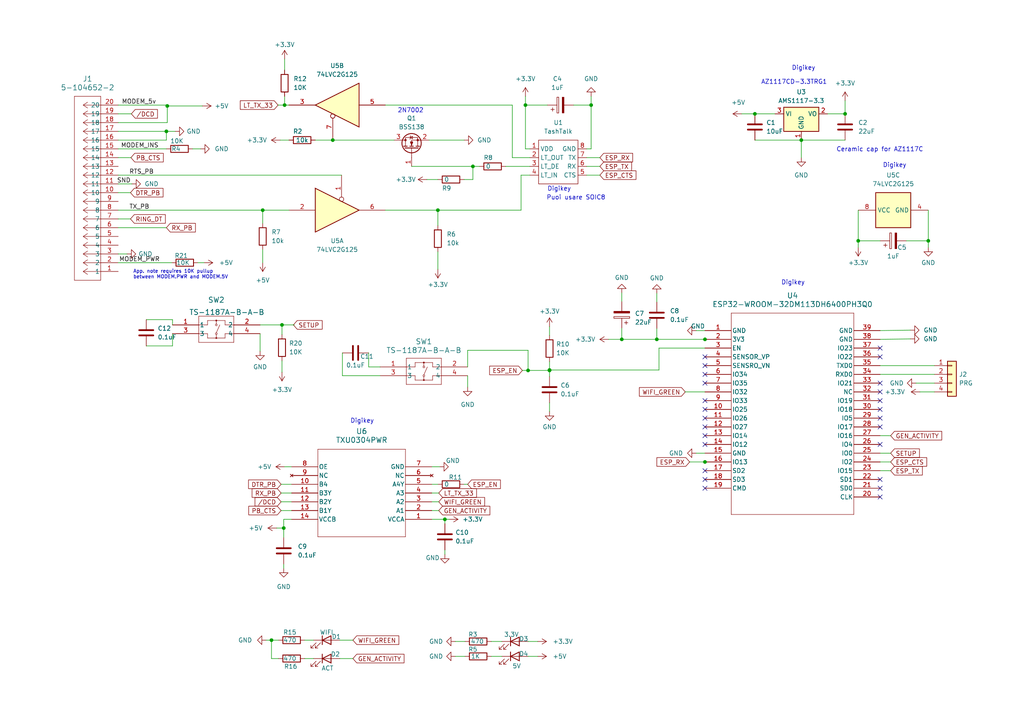
<source format=kicad_sch>
(kicad_sch (version 20230121) (generator eeschema)
  (paper "A4")
  (lib_symbols
    (symbol "2023-08-04_08-01-15:ESP32-WROOM-32DM113DH6400PH3Q0" (pin_names (offset 0.254))
      (property "Reference" "U" (at 25.4 10.16 0))
      (property "Value" "ESP32-WROOM-32DM113DH6400PH3Q0" (at 25.4 7.62 0))
      (symbol "ESP32-WROOM-32DM113DH6400PH3Q0_0_1"
        (pin unspecified line (at 0 0 0) (length 7.62) (name "GND") (number "1"))
        (pin unspecified line (at 0 -22.86 0) (length 7.62) (name "IO25") (number "10"))
        (pin unspecified line (at 0 -25.4 0) (length 7.62) (name "IO26") (number "11"))
        (pin unspecified line (at 0 -27.94 0) (length 7.62) (name "IO27") (number "12"))
        (pin unspecified line (at 0 -30.48 0) (length 7.62) (name "IO14") (number "13"))
        (pin unspecified line (at 0 -33.02 0) (length 7.62) (name "IO12") (number "14"))
        (pin unspecified line (at 0 -35.56 0) (length 7.62) (name "GND") (number "15"))
        (pin unspecified line (at 0 -38.1 0) (length 7.62) (name "IO13") (number "16"))
        (pin unspecified line (at 0 -40.64 0) (length 7.62) (name "SD2") (number "17"))
        (pin unspecified line (at 0 -43.18 0) (length 7.62) (name "SD3") (number "18"))
        (pin unspecified line (at 0 -45.72 0) (length 7.62) (name "CMD") (number "19"))
        (pin unspecified line (at 0 -2.54 0) (length 7.62) (name "3V3") (number "2"))
        (pin unspecified line (at 50.8 -48.26 180) (length 7.62) (name "CLK") (number "20"))
        (pin unspecified line (at 50.8 -45.72 180) (length 7.62) (name "SD0") (number "21"))
        (pin unspecified line (at 50.8 -43.18 180) (length 7.62) (name "SD1") (number "22"))
        (pin unspecified line (at 50.8 -40.64 180) (length 7.62) (name "IO15") (number "23"))
        (pin unspecified line (at 50.8 -38.1 180) (length 7.62) (name "IO2") (number "24"))
        (pin unspecified line (at 50.8 -35.56 180) (length 7.62) (name "IO0") (number "25"))
        (pin unspecified line (at 50.8 -33.02 180) (length 7.62) (name "IO4") (number "26"))
        (pin unspecified line (at 50.8 -30.48 180) (length 7.62) (name "IO16") (number "27"))
        (pin unspecified line (at 50.8 -27.94 180) (length 7.62) (name "IO17") (number "28"))
        (pin unspecified line (at 50.8 -25.4 180) (length 7.62) (name "IO5") (number "29"))
        (pin unspecified line (at 0 -5.08 0) (length 7.62) (name "EN") (number "3"))
        (pin unspecified line (at 50.8 -22.86 180) (length 7.62) (name "IO18") (number "30"))
        (pin unspecified line (at 50.8 -20.32 180) (length 7.62) (name "IO19") (number "31"))
        (pin unspecified line (at 50.8 -17.78 180) (length 7.62) (name "NC") (number "32"))
        (pin unspecified line (at 50.8 -15.24 180) (length 7.62) (name "IO21") (number "33"))
        (pin unspecified line (at 50.8 -12.7 180) (length 7.62) (name "RXD0") (number "34"))
        (pin unspecified line (at 50.8 -10.16 180) (length 7.62) (name "TXD0") (number "35"))
        (pin unspecified line (at 50.8 -7.62 180) (length 7.62) (name "IO22") (number "36"))
        (pin unspecified line (at 50.8 -5.08 180) (length 7.62) (name "IO23") (number "37"))
        (pin unspecified line (at 50.8 -2.54 180) (length 7.62) (name "GND") (number "38"))
        (pin unspecified line (at 50.8 0 180) (length 7.62) (name "GND") (number "39"))
        (pin unspecified line (at 0 -7.62 0) (length 7.62) (name "SENSOR_VP") (number "4"))
        (pin unspecified line (at 0 -10.16 0) (length 7.62) (name "SENSRO_VN") (number "5"))
        (pin unspecified line (at 0 -12.7 0) (length 7.62) (name "IO34") (number "6"))
        (pin unspecified line (at 0 -15.24 0) (length 7.62) (name "IO35") (number "7"))
        (pin unspecified line (at 0 -17.78 0) (length 7.62) (name "IO32") (number "8"))
        (pin unspecified line (at 0 -20.32 0) (length 7.62) (name "IO33") (number "9"))
      )
    )
    (symbol "2023-10-14_07-33-24:TS-1187A-B-A-B" (pin_names (offset 0.254))
      (property "Reference" "SW" (at 12.7 7.62 0))
      (property "Value" "TS-1187A-B-A-B" (at 12.7 5.08 0))
      (symbol "TS-1187A-B-A-B_0_1"
        (pin unspecified line (at 0 0 0) (length 7.62) (name "1") (number "1"))
        (pin unspecified line (at 25.4 0 180) (length 7.62) (name "2") (number "2"))
        (pin unspecified line (at 0 -2.54 0) (length 7.62) (name "3") (number "3"))
        (pin unspecified line (at 25.4 -2.54 180) (length 7.62) (name "4") (number "4"))
      )
    )
    (symbol "2023-10-16_16-52-45:TXU0304PWR" (pin_names (offset 0.254))
      (property "Reference" "U" (at 20.32 10.16 0))
      (property "Value" "TXU0304PWR" (at 20.32 7.62 0))
      (symbol "TXU0304PWR_0_1"
        (pin power_in line (at 0 0 0) (length 7.62) (name "VCCA") (number "1"))
        (pin input line (at 40.64 -10.16 180) (length 7.62) (name "B4") (number "10"))
        (pin output line (at 40.64 -7.62 180) (length 7.62) (name "B3Y") (number "11"))
        (pin output line (at 40.64 -5.08 180) (length 7.62) (name "B2Y") (number "12"))
        (pin output line (at 40.64 -2.54 180) (length 7.62) (name "B1Y") (number "13"))
        (pin power_in line (at 40.64 0 180) (length 7.62) (name "VCCB") (number "14"))
        (pin input line (at 0 -2.54 0) (length 7.62) (name "A1") (number "2"))
        (pin input line (at 0 -5.08 0) (length 7.62) (name "A2") (number "3"))
        (pin input line (at 0 -7.62 0) (length 7.62) (name "A3") (number "4"))
        (pin output line (at 0 -10.16 0) (length 7.62) (name "A4Y") (number "5"))
        (pin no_connect line (at 0 -12.7 0) (length 7.62) (name "NC") (number "6"))
        (pin power_out line (at 0 -15.24 0) (length 7.62) (name "GND") (number "7"))
        (pin input line (at 40.64 -15.24 180) (length 7.62) (name "OE") (number "8"))
        (pin no_connect line (at 40.64 -12.7 180) (length 7.62) (name "NC") (number "9"))
      )
    )
    (symbol "74xGxx:74LVC2G125"
      (property "Reference" "U" (at 2.54 7.62 0))
      (property "Value" "74LVC2G125" (at 2.54 -7.62 0))
      (symbol "74LVC2G125_1_1"
        (pin input inverted (at 0 10.16 270) (length 7.62) (name "~") (number "1"))
        (pin input line (at -15.24 0 0) (length 7.62) (name "~") (number "2"))
        (pin tri_state line (at 12.7 0 180) (length 7.62) (name "~") (number "6"))
      )
      (symbol "74LVC2G125_2_1"
        (pin tri_state line (at 12.7 0 180) (length 7.62) (name "~") (number "3"))
        (pin input line (at -15.24 0 0) (length 7.62) (name "~") (number "5"))
        (pin input inverted (at 0 10.16 270) (length 7.62) (name "~") (number "7"))
      )
      (symbol "74LVC2G125_3_1"
        (pin power_in line (at 0 -10.16 90) (length 5.08) (name "GND") (number "4"))
        (pin power_in line (at 0 10.16 270) (length 5.08) (name "VCC") (number "8"))
      )
    )
    (symbol "AMP 104652-2:5-104652-2" (pin_names (offset 0.254))
      (property "Reference" "J" (at 8.89 6.35 0))
      (property "Value" "5-104652-2" (at 0 0 0))
      (symbol "5-104652-2_1_1"
        (pin unspecified line (at 0 0 0) (length 5.08) (name "1") (number "1"))
        (pin unspecified line (at 0 -22.86 0) (length 5.08) (name "10") (number "10"))
        (pin unspecified line (at 0 -25.4 0) (length 5.08) (name "11") (number "11"))
        (pin unspecified line (at 0 -27.94 0) (length 5.08) (name "12") (number "12"))
        (pin unspecified line (at 0 -30.48 0) (length 5.08) (name "13") (number "13"))
        (pin unspecified line (at 0 -33.02 0) (length 5.08) (name "14") (number "14"))
        (pin unspecified line (at 0 -35.56 0) (length 5.08) (name "15") (number "15"))
        (pin unspecified line (at 0 -38.1 0) (length 5.08) (name "16") (number "16"))
        (pin unspecified line (at 0 -40.64 0) (length 5.08) (name "17") (number "17"))
        (pin unspecified line (at 0 -43.18 0) (length 5.08) (name "18") (number "18"))
        (pin unspecified line (at 0 -45.72 0) (length 5.08) (name "19") (number "19"))
        (pin unspecified line (at 0 -2.54 0) (length 5.08) (name "2") (number "2"))
        (pin unspecified line (at 0 -48.26 0) (length 5.08) (name "20") (number "20"))
        (pin unspecified line (at 0 -5.08 0) (length 5.08) (name "3") (number "3"))
        (pin unspecified line (at 0 -7.62 0) (length 5.08) (name "4") (number "4"))
        (pin unspecified line (at 0 -10.16 0) (length 5.08) (name "5") (number "5"))
        (pin unspecified line (at 0 -12.7 0) (length 5.08) (name "6") (number "6"))
        (pin unspecified line (at 0 -15.24 0) (length 5.08) (name "7") (number "7"))
        (pin unspecified line (at 0 -17.78 0) (length 5.08) (name "8") (number "8"))
        (pin unspecified line (at 0 -20.32 0) (length 5.08) (name "9") (number "9"))
      )
      (symbol "5-104652-2_1_2"
        (pin unspecified line (at 0 0 0) (length 5.08) (name "1") (number "1"))
        (pin unspecified line (at 0 -22.86 0) (length 5.08) (name "10") (number "10"))
        (pin unspecified line (at 0 -25.4 0) (length 5.08) (name "11") (number "11"))
        (pin unspecified line (at 0 -27.94 0) (length 5.08) (name "12") (number "12"))
        (pin unspecified line (at 0 -30.48 0) (length 5.08) (name "13") (number "13"))
        (pin unspecified line (at 0 -33.02 0) (length 5.08) (name "14") (number "14"))
        (pin unspecified line (at 0 -35.56 0) (length 5.08) (name "15") (number "15"))
        (pin unspecified line (at 0 -38.1 0) (length 5.08) (name "16") (number "16"))
        (pin unspecified line (at 0 -40.64 0) (length 5.08) (name "17") (number "17"))
        (pin unspecified line (at 0 -43.18 0) (length 5.08) (name "18") (number "18"))
        (pin unspecified line (at 0 -45.72 0) (length 5.08) (name "19") (number "19"))
        (pin unspecified line (at 0 -2.54 0) (length 5.08) (name "2") (number "2"))
        (pin unspecified line (at 0 -48.26 0) (length 5.08) (name "20") (number "20"))
        (pin unspecified line (at 0 -5.08 0) (length 5.08) (name "3") (number "3"))
        (pin unspecified line (at 0 -7.62 0) (length 5.08) (name "4") (number "4"))
        (pin unspecified line (at 0 -10.16 0) (length 5.08) (name "5") (number "5"))
        (pin unspecified line (at 0 -12.7 0) (length 5.08) (name "6") (number "6"))
        (pin unspecified line (at 0 -15.24 0) (length 5.08) (name "7") (number "7"))
        (pin unspecified line (at 0 -17.78 0) (length 5.08) (name "8") (number "8"))
        (pin unspecified line (at 0 -20.32 0) (length 5.08) (name "9") (number "9"))
      )
    )
    (symbol "Connector_Generic:Conn_01x04" (pin_names (offset 1.016) hide)
      (property "Reference" "J" (at 0 5.08 0))
      (property "Value" "Conn_01x04" (at 0 -7.62 0))
      (symbol "Conn_01x04_1_1"
        (pin passive line (at -5.08 2.54 0) (length 3.81) (name "Pin_1") (number "1"))
        (pin passive line (at -5.08 0 0) (length 3.81) (name "Pin_2") (number "2"))
        (pin passive line (at -5.08 -2.54 0) (length 3.81) (name "Pin_3") (number "3"))
        (pin passive line (at -5.08 -5.08 0) (length 3.81) (name "Pin_4") (number "4"))
      )
    )
    (symbol "Device:C" (pin_numbers hide) (pin_names (offset 0.254))
      (property "Reference" "C" (at 0.635 2.54 0))
      (property "Value" "C" (at 0.635 -2.54 0))
      (symbol "C_1_1"
        (pin passive line (at 0 3.81 270) (length 2.794) (name "~") (number "1"))
        (pin passive line (at 0 -3.81 90) (length 2.794) (name "~") (number "2"))
      )
    )
    (symbol "Device:C_Polarized" (pin_numbers hide) (pin_names (offset 0.254))
      (property "Reference" "C" (at 0.635 2.54 0))
      (property "Value" "C_Polarized" (at 0.635 -2.54 0))
      (symbol "C_Polarized_1_1"
        (pin passive line (at 0 3.81 270) (length 2.794) (name "~") (number "1"))
        (pin passive line (at 0 -3.81 90) (length 2.794) (name "~") (number "2"))
      )
    )
    (symbol "Device:LED" (pin_numbers hide) (pin_names (offset 1.016) hide)
      (property "Reference" "D" (at 0 2.54 0))
      (property "Value" "LED" (at 0 -2.54 0))
      (symbol "LED_1_1"
        (pin passive line (at -3.81 0 0) (length 2.54) (name "K") (number "1"))
        (pin passive line (at 3.81 0 180) (length 2.54) (name "A") (number "2"))
      )
    )
    (symbol "Device:R" (pin_numbers hide) (pin_names (offset 0))
      (property "Reference" "R" (at 2.032 0 90))
      (property "Value" "R" (at 0 0 90))
      (symbol "R_1_1"
        (pin passive line (at 0 3.81 270) (length 1.27) (name "~") (number "1"))
        (pin passive line (at 0 -3.81 90) (length 1.27) (name "~") (number "2"))
      )
    )
    (symbol "Regulator_Linear:AMS1117-3.3"
      (property "Reference" "U" (at -3.81 3.175 0))
      (property "Value" "AMS1117-3.3" (at 0 3.175 0))
      (symbol "AMS1117-3.3_1_1"
        (pin power_in line (at 0 -7.62 90) (length 2.54) (name "GND") (number "1"))
        (pin power_out line (at 7.62 0 180) (length 2.54) (name "VO") (number "2"))
        (pin power_in line (at -7.62 0 0) (length 2.54) (name "VI") (number "3"))
      )
    )
    (symbol "TS-1187A-B-A-B_1" (pin_names (offset 0.254))
      (property "Reference" "SW" (at 12.7 7.62 0))
      (property "Value" "TS-1187A-B-A-B" (at 12.7 5.08 0))
      (symbol "TS-1187A-B-A-B_1_0_1"
        (pin unspecified line (at 0 0 0) (length 7.62) (name "1") (number "1"))
        (pin unspecified line (at 25.4 0 180) (length 7.62) (name "2") (number "2"))
        (pin unspecified line (at 0 -2.54 0) (length 7.62) (name "3") (number "3"))
        (pin unspecified line (at 25.4 -2.54 180) (length 7.62) (name "4") (number "4"))
      )
    )
    (symbol "TashTalk1.0:TaskTalk"
      (property "Reference" "U" (at -6.35 15.24 0))
      (property "Value" "TashTalk" (at -2.54 12.7 0))
      (symbol "TaskTalk_1_1"
        (pin input line (at -8.89 8.89 0) (length 2.54) (name "VDD") (number "1"))
        (pin output line (at -8.89 6.35 0) (length 2.54) (name "LT_OUT") (number "2"))
        (pin output line (at -8.89 3.81 0) (length 2.54) (name "LT_DE") (number "3"))
        (pin input line (at -8.89 1.27 0) (length 2.54) (name "LT_IN") (number "4"))
        (pin output line (at 7.62 1.27 180) (length 2.54) (name "CTS") (number "5"))
        (pin input line (at 7.62 3.81 180) (length 2.54) (name "RX") (number "6"))
        (pin output line (at 7.62 6.35 180) (length 2.54) (name "TX") (number "7"))
        (pin input line (at 7.62 8.89 180) (length 2.54) (name "GND") (number "8"))
      )
    )
    (symbol "Transistor_FET:BSS138" (pin_names hide)
      (property "Reference" "Q" (at 5.08 1.905 0))
      (property "Value" "BSS138" (at 5.08 0 0))
      (symbol "BSS138_1_1"
        (pin input line (at -5.08 0 0) (length 2.54) (name "G") (number "1"))
        (pin passive line (at 2.54 -5.08 90) (length 2.54) (name "S") (number "2"))
        (pin passive line (at 2.54 5.08 270) (length 2.54) (name "D") (number "3"))
      )
    )
    (symbol "power:+3.3V" (power) (pin_names (offset 0))
      (property "Value" "+3.3V" (at 0 3.556 0))
      (symbol "+3.3V_1_1"
        (pin power_in line (at 0 0 90) (length 0) hide (name "+3.3V") (number "1"))
      )
    )
    (symbol "power:+5V" (power) (pin_names (offset 0))
      (property "Value" "+5V" (at 0 3.556 0))
      (symbol "+5V_1_1"
        (pin power_in line (at 0 0 90) (length 0) hide (name "+5V") (number "1"))
      )
    )
    (symbol "power:GND" (power) (pin_names (offset 0))
      (property "Value" "GND" (at 0 -3.81 0))
      (symbol "GND_1_1"
        (pin power_in line (at 0 0 270) (length 0) hide (name "GND") (number "1"))
      )
    )
  )
  (junction (at 127 60.96))
  (junction (at 137.16 48.26))
  (junction (at 218.948 33.02))
  (junction (at 180.34 98.425))
  (junction (at 159.385 107.442))
  (junction (at 96.52 40.64))
  (junction (at 48.514 30.734))
  (junction (at 82.296 153.162))
  (junction (at 204.47 98.425))
  (junction (at 171.45 30.48))
  (junction (at 269.24 69.85))
  (junction (at 78.74 185.674))
  (junction (at 82.55 30.48))
  (junction (at 232.41 40.64))
  (junction (at 81.788 94.234))
  (junction (at 76.2 60.96))
  (junction (at 245.11 33.02))
  (junction (at 204.47 133.985))
  (junction (at 159.385 107.315))
  (junction (at 129.032 150.622))
  (junction (at 153.162 107.442))
  (junction (at 48.26 38.1))
  (junction (at 248.92 69.85))
  (junction (at 152.4 30.48))
  (junction (at 190.5 98.425))
  (no_connect (at 204.47 103.505))
  (no_connect (at 255.27 100.965))
  (no_connect (at 204.47 139.065))
  (no_connect (at 204.47 111.125))
  (no_connect (at 204.47 121.285))
  (no_connect (at 255.27 123.825))
  (no_connect (at 255.27 144.145))
  (no_connect (at 204.47 123.825))
  (no_connect (at 255.27 139.065))
  (no_connect (at 204.47 106.045))
  (no_connect (at 255.27 118.745))
  (no_connect (at 204.47 108.585))
  (no_connect (at 204.47 118.745))
  (no_connect (at 255.27 128.905))
  (no_connect (at 255.27 121.285))
  (no_connect (at 255.27 141.605))
  (no_connect (at 255.27 111.125))
  (no_connect (at 255.27 116.205))
  (no_connect (at 255.27 103.505))
  (no_connect (at 204.47 116.205))
  (no_connect (at 204.47 136.525))
  (no_connect (at 204.47 141.605))
  (no_connect (at 204.47 128.905))
  (no_connect (at 255.27 113.665))
  (no_connect (at 204.47 126.365))
  (wire (pts (xy 218.948 33.02) (xy 224.79 33.02)))
  (wire (pts (xy 170.18 48.26) (xy 173.99 48.26)))
  (wire (pts (xy 159.385 107.315) (xy 159.385 107.442)))
  (wire (pts (xy 34.29 38.1) (xy 48.26 38.1)))
  (wire (pts (xy 265.684 111.125) (xy 271.018 111.125)))
  (wire (pts (xy 82.55 30.48) (xy 83.82 30.48)))
  (wire (pts (xy 148.59 30.48) (xy 111.76 30.48)))
  (wire (pts (xy 82.296 163.576) (xy 82.296 164.846)))
  (wire (pts (xy 176.53 98.425) (xy 180.34 98.425)))
  (wire (pts (xy 110.236 108.966) (xy 99.314 108.966)))
  (wire (pts (xy 125.222 148.082) (xy 127.254 148.082)))
  (wire (pts (xy 204.47 133.985) (xy 204.597 133.985)))
  (wire (pts (xy 152.4 27.94) (xy 152.4 30.48)))
  (wire (pts (xy 190.5 95.25) (xy 190.5 98.425)))
  (wire (pts (xy 98.552 191.008) (xy 102.362 191.008)))
  (wire (pts (xy 266.827 113.665) (xy 271.018 113.665)))
  (wire (pts (xy 159.385 116.84) (xy 159.385 119.38)))
  (wire (pts (xy 34.29 63.5) (xy 37.846 63.5)))
  (wire (pts (xy 132.08 186.055) (xy 134.874 186.055)))
  (wire (pts (xy 88.392 185.674) (xy 90.932 185.674)))
  (wire (pts (xy 135.636 108.966) (xy 135.636 112.268)))
  (wire (pts (xy 180.34 84.963) (xy 180.34 87.503)))
  (wire (pts (xy 80.645 30.48) (xy 82.55 30.48)))
  (wire (pts (xy 125.222 135.382) (xy 127.508 135.382)))
  (wire (pts (xy 82.55 27.94) (xy 82.55 30.48)))
  (wire (pts (xy 159.385 104.902) (xy 159.385 107.315)))
  (wire (pts (xy 34.29 30.48) (xy 48.514 30.48)))
  (wire (pts (xy 91.44 40.64) (xy 96.52 40.64)))
  (wire (pts (xy 125.222 145.542) (xy 127.254 145.542)))
  (wire (pts (xy 218.948 40.64) (xy 232.41 40.64)))
  (wire (pts (xy 180.34 98.425) (xy 190.5 98.425)))
  (wire (pts (xy 153.67 43.18) (xy 152.4 43.18)))
  (wire (pts (xy 50.038 92.71) (xy 42.418 92.71)))
  (wire (pts (xy 125.222 150.622) (xy 129.032 150.622)))
  (wire (pts (xy 134.62 52.07) (xy 137.16 52.07)))
  (wire (pts (xy 152.4 30.48) (xy 158.75 30.48)))
  (wire (pts (xy 34.29 55.88) (xy 37.846 55.88)))
  (wire (pts (xy 200.025 133.985) (xy 204.47 133.985)))
  (wire (pts (xy 232.41 40.64) (xy 245.11 40.64)))
  (wire (pts (xy 82.296 153.162) (xy 82.296 155.956)))
  (wire (pts (xy 153.67 45.72) (xy 148.59 45.72)))
  (wire (pts (xy 135.636 101.6) (xy 153.162 101.6)))
  (wire (pts (xy 153.162 186.055) (xy 155.956 186.055)))
  (wire (pts (xy 34.29 50.8) (xy 99.06 50.8)))
  (wire (pts (xy 132.08 190.373) (xy 134.874 190.373)))
  (wire (pts (xy 159.385 107.315) (xy 191.135 107.315)))
  (wire (pts (xy 153.162 107.442) (xy 159.385 107.442)))
  (wire (pts (xy 48.514 30.48) (xy 48.514 30.734)))
  (wire (pts (xy 80.264 153.162) (xy 82.296 153.162)))
  (wire (pts (xy 153.162 101.6) (xy 153.162 107.442)))
  (wire (pts (xy 42.418 100.33) (xy 50.038 100.33)))
  (wire (pts (xy 180.34 95.123) (xy 180.34 98.425)))
  (wire (pts (xy 255.27 108.585) (xy 271.018 108.585)))
  (wire (pts (xy 137.16 48.26) (xy 137.16 52.07)))
  (wire (pts (xy 78.74 191.008) (xy 80.772 191.008)))
  (wire (pts (xy 76.2 72.39) (xy 76.2 76.2)))
  (wire (pts (xy 159.385 94.742) (xy 159.385 97.282)))
  (wire (pts (xy 111.76 60.96) (xy 127 60.96)))
  (wire (pts (xy 255.27 136.525) (xy 258.318 136.525)))
  (wire (pts (xy 75.438 96.774) (xy 75.438 101.854)))
  (wire (pts (xy 48.26 38.1) (xy 50.8 38.1)))
  (wire (pts (xy 34.29 76.2) (xy 49.784 76.2)))
  (wire (pts (xy 96.52 40.64) (xy 114.3 40.64)))
  (wire (pts (xy 204.47 98.425) (xy 204.597 98.425)))
  (wire (pts (xy 81.534 143.002) (xy 84.582 143.002)))
  (wire (pts (xy 146.685 48.26) (xy 153.67 48.26)))
  (wire (pts (xy 98.552 185.674) (xy 102.362 185.674)))
  (wire (pts (xy 76.2 60.96) (xy 76.2 64.77)))
  (wire (pts (xy 153.162 190.373) (xy 155.956 190.373)))
  (wire (pts (xy 106.934 106.426) (xy 106.934 102.362)))
  (wire (pts (xy 81.534 148.082) (xy 84.582 148.082)))
  (wire (pts (xy 34.29 43.18) (xy 48.26 43.18)))
  (wire (pts (xy 148.59 45.72) (xy 148.59 30.48)))
  (wire (pts (xy 81.788 94.234) (xy 81.788 97.028)))
  (wire (pts (xy 170.18 50.8) (xy 173.99 50.8)))
  (wire (pts (xy 81.788 94.234) (xy 85.344 94.234)))
  (wire (pts (xy 50.038 94.234) (xy 50.038 92.71)))
  (wire (pts (xy 198.755 113.665) (xy 204.47 113.665)))
  (wire (pts (xy 232.41 40.64) (xy 232.41 45.72)))
  (wire (pts (xy 248.92 60.96) (xy 248.92 69.85)))
  (wire (pts (xy 255.27 126.365) (xy 258.318 126.365)))
  (wire (pts (xy 245.11 29.21) (xy 245.11 33.02)))
  (wire (pts (xy 34.29 73.66) (xy 36.83 73.66)))
  (wire (pts (xy 34.29 40.64) (xy 48.26 40.64)))
  (wire (pts (xy 76.2 60.96) (xy 83.82 60.96)))
  (wire (pts (xy 57.404 76.2) (xy 59.182 76.2)))
  (wire (pts (xy 127 73.025) (xy 127 78.105)))
  (wire (pts (xy 124.46 40.64) (xy 134.62 40.64)))
  (wire (pts (xy 129.032 159.512) (xy 129.032 160.782)))
  (wire (pts (xy 134.62 140.462) (xy 135.636 140.462)))
  (wire (pts (xy 34.29 53.34) (xy 38.227 53.34)))
  (wire (pts (xy 48.514 30.734) (xy 48.514 35.56)))
  (wire (pts (xy 170.18 43.18) (xy 171.45 43.18)))
  (wire (pts (xy 119.38 48.26) (xy 137.16 48.26)))
  (wire (pts (xy 81.788 104.648) (xy 81.788 107.95)))
  (wire (pts (xy 159.385 107.442) (xy 159.385 109.22)))
  (wire (pts (xy 81.28 40.64) (xy 83.82 40.64)))
  (wire (pts (xy 34.29 33.02) (xy 38.1 33.02)))
  (wire (pts (xy 77.216 185.674) (xy 78.74 185.674)))
  (wire (pts (xy 171.45 27.94) (xy 171.45 30.48)))
  (wire (pts (xy 201.93 131.445) (xy 204.47 131.445)))
  (wire (pts (xy 34.29 60.96) (xy 76.2 60.96)))
  (wire (pts (xy 84.582 150.622) (xy 82.296 150.622)))
  (wire (pts (xy 142.494 186.055) (xy 145.542 186.055)))
  (wire (pts (xy 34.29 35.56) (xy 48.514 35.56)))
  (wire (pts (xy 255.27 95.885) (xy 264.033 95.758)))
  (wire (pts (xy 82.55 135.382) (xy 84.582 135.382)))
  (wire (pts (xy 58.674 30.734) (xy 48.514 30.734)))
  (wire (pts (xy 255.27 131.445) (xy 258.318 131.445)))
  (wire (pts (xy 125.222 143.002) (xy 127.254 143.002)))
  (wire (pts (xy 269.24 69.85) (xy 269.24 71.755)))
  (wire (pts (xy 151.511 107.442) (xy 153.162 107.442)))
  (wire (pts (xy 81.534 140.462) (xy 84.582 140.462)))
  (wire (pts (xy 34.29 45.72) (xy 37.973 45.72)))
  (wire (pts (xy 166.37 30.48) (xy 171.45 30.48)))
  (wire (pts (xy 190.5 85.09) (xy 190.5 87.63)))
  (wire (pts (xy 127 60.96) (xy 151.13 60.96)))
  (wire (pts (xy 240.03 33.02) (xy 245.11 33.02)))
  (wire (pts (xy 78.74 185.674) (xy 78.74 191.008)))
  (wire (pts (xy 127 60.96) (xy 127 65.405)))
  (wire (pts (xy 191.135 100.965) (xy 204.47 100.965)))
  (wire (pts (xy 248.92 69.85) (xy 255.27 69.85)))
  (wire (pts (xy 34.29 66.04) (xy 48.26 66.04)))
  (wire (pts (xy 269.24 60.96) (xy 269.24 69.85)))
  (wire (pts (xy 255.27 106.045) (xy 271.018 106.045)))
  (wire (pts (xy 81.534 145.542) (xy 84.582 145.542)))
  (wire (pts (xy 50.038 96.774) (xy 50.038 100.33)))
  (wire (pts (xy 82.55 17.145) (xy 82.55 20.32)))
  (wire (pts (xy 129.032 150.622) (xy 129.032 151.892)))
  (wire (pts (xy 125.222 140.462) (xy 127 140.462)))
  (wire (pts (xy 142.494 190.373) (xy 145.542 190.373)))
  (wire (pts (xy 48.26 38.1) (xy 48.26 40.64)))
  (wire (pts (xy 99.314 108.966) (xy 99.314 102.362)))
  (wire (pts (xy 255.27 133.985) (xy 258.318 133.985)))
  (wire (pts (xy 129.032 150.622) (xy 130.302 150.622)))
  (wire (pts (xy 135.636 106.426) (xy 135.636 101.6)))
  (wire (pts (xy 191.135 107.315) (xy 191.135 100.965)))
  (wire (pts (xy 123.825 52.07) (xy 127 52.07)))
  (wire (pts (xy 137.16 48.26) (xy 139.065 48.26)))
  (wire (pts (xy 75.438 94.234) (xy 81.788 94.234)))
  (wire (pts (xy 151.13 60.96) (xy 151.13 50.8)))
  (wire (pts (xy 80.772 185.674) (xy 78.74 185.674)))
  (wire (pts (xy 190.5 98.425) (xy 204.47 98.425)))
  (wire (pts (xy 110.236 106.426) (xy 106.934 106.426)))
  (wire (pts (xy 255.27 98.425) (xy 264.033 98.298)))
  (wire (pts (xy 248.92 69.85) (xy 248.92 71.755)))
  (wire (pts (xy 201.93 95.885) (xy 204.47 95.885)))
  (wire (pts (xy 88.392 191.008) (xy 90.932 191.008)))
  (wire (pts (xy 170.18 45.72) (xy 173.99 45.72)))
  (wire (pts (xy 82.296 150.622) (xy 82.296 153.162)))
  (wire (pts (xy 171.45 30.48) (xy 171.45 43.18)))
  (wire (pts (xy 215.138 33.02) (xy 218.948 33.02)))
  (wire (pts (xy 151.13 50.8) (xy 153.67 50.8)))
  (wire (pts (xy 262.89 69.85) (xy 269.24 69.85)))
  (wire (pts (xy 152.4 30.48) (xy 152.4 43.18)))
  (wire (pts (xy 55.88 43.18) (xy 58.166 43.18)))
  (text "Digikey" (at 229.616 20.574 0) (effects (font (size 1.27 1.27)) (justify left bottom)))
  (text "Digikey" (at 226.568 82.804 0) (effects (font (size 1.27 1.27)) (justify left bottom)))
  (text "Digikey" (at 158.75 55.626 0) (effects (font (size 1.27 1.27)) (justify left bottom)))
  (text "Puoi usare SOIC8\n" (at 158.496 58.166 0) (effects (font (size 1.27 1.27)) (justify left bottom)))
  (text "Digikey" (at 101.6 122.936 0) (effects (font (size 1.27 1.27)) (justify left bottom)))
  (text "Digikey" (at 256.032 48.768 0) (effects (font (size 1.27 1.27)) (justify left bottom)))
  (text "App. note requires 10K pullup\nbetween MODEM.PWR and MODEM.5V" (at 38.608 81.026 0) (effects (font (size 1 1)) (justify left bottom)))
  (text "AZ1117CD-3.3TRG1" (at 220.726 24.638 0) (effects (font (size 1.27 1.27)) (justify left bottom)))
  (text "2N7002" (at 115.316 32.893 0) (effects (font (size 1.27 1.27)) (justify left bottom)))
  (text "Ceramic cap for AZ1117C" (at 242.57 44.196 0) (effects (font (size 1.27 1.27)) (justify left bottom)))
  (label "TX_PB" (at 37.465 60.96 0))
  (label "MODEM_5v" (at 35.306 30.48 0))
  (label "MODEM_PWR" (at 34.544 76.2 0))
  (label "SND" (at 33.909 53.34 0))
  (label "RTS_PB" (at 37.465 50.8 0))
  (label "MODEM_INS" (at 35.052 43.18 0))
  (global_label "GEN_ACTIVITY" (shape input) (at 102.362 191.008 0) (property "Intersheetrefs" "${INTERSHEET_REFS}" (effects hide)))
  (global_label "ESP_TX" (shape input) (at 173.99 48.26 0) (property "Intersheetrefs" "${INTERSHEET_REFS}" (effects hide)))
  (global_label "{slash}DCD" (shape input) (at 81.534 145.542 180) (property "Intersheetrefs" "${INTERSHEET_REFS}" (effects hide)))
  (global_label "GEN_ACTIVITY" (shape input) (at 258.318 126.365 0) (property "Intersheetrefs" "${INTERSHEET_REFS}" (effects hide)))
  (global_label "ESP_CTS" (shape input) (at 173.99 50.8 0) (property "Intersheetrefs" "${INTERSHEET_REFS}" (effects hide)))
  (global_label "ESP_RX" (shape input) (at 200.025 133.985 180) (property "Intersheetrefs" "${INTERSHEET_REFS}" (effects hide)))
  (global_label "WIFI_GREEN" (shape input) (at 102.362 185.674 0) (property "Intersheetrefs" "${INTERSHEET_REFS}" (effects hide)))
  (global_label "LT_TX_33" (shape input) (at 80.645 30.48 180) (property "Intersheetrefs" "${INTERSHEET_REFS}" (effects hide)))
  (global_label "ESP_EN" (shape input) (at 151.511 107.442 180) (property "Intersheetrefs" "${INTERSHEET_REFS}" (effects hide)))
  (global_label "RX_PB" (shape input) (at 81.534 143.002 180) (property "Intersheetrefs" "${INTERSHEET_REFS}" (effects hide)))
  (global_label "ESP_TX" (shape input) (at 258.318 136.525 0) (property "Intersheetrefs" "${INTERSHEET_REFS}" (effects hide)))
  (global_label "WIFI_GREEN" (shape input) (at 198.755 113.665 180) (property "Intersheetrefs" "${INTERSHEET_REFS}" (effects hide)))
  (global_label "GEN_ACTIVITY" (shape input) (at 127.254 148.082 0) (property "Intersheetrefs" "${INTERSHEET_REFS}" (effects hide)))
  (global_label "RING_DT" (shape input) (at 37.846 63.5 0) (property "Intersheetrefs" "${INTERSHEET_REFS}" (effects hide)))
  (global_label "ESP_EN" (shape input) (at 135.636 140.462 0) (property "Intersheetrefs" "${INTERSHEET_REFS}" (effects hide)))
  (global_label "PB_CTS" (shape input) (at 37.973 45.72 0) (property "Intersheetrefs" "${INTERSHEET_REFS}" (effects hide)))
  (global_label "WIFI_GREEN" (shape input) (at 127.254 145.542 0) (property "Intersheetrefs" "${INTERSHEET_REFS}" (effects hide)))
  (global_label "ESP_RX" (shape input) (at 173.99 45.72 0) (property "Intersheetrefs" "${INTERSHEET_REFS}" (effects hide)))
  (global_label "SETUP" (shape input) (at 85.09 94.234 0) (property "Intersheetrefs" "${INTERSHEET_REFS}" (effects hide)))
  (global_label "SETUP" (shape input) (at 258.318 131.445 0) (property "Intersheetrefs" "${INTERSHEET_REFS}" (effects hide)))
  (global_label "LT_TX_33" (shape input) (at 127.254 143.002 0) (property "Intersheetrefs" "${INTERSHEET_REFS}" (effects hide)))
  (global_label "{slash}DCD" (shape input) (at 38.1 33.02 0) (property "Intersheetrefs" "${INTERSHEET_REFS}" (effects hide)))
  (global_label "DTR_PB" (shape input) (at 81.534 140.462 180) (property "Intersheetrefs" "${INTERSHEET_REFS}" (effects hide)))
  (global_label "ESP_CTS" (shape input) (at 258.318 133.985 0) (property "Intersheetrefs" "${INTERSHEET_REFS}" (effects hide)))
  (global_label "DTR_PB" (shape input) (at 37.846 55.88 0) (property "Intersheetrefs" "${INTERSHEET_REFS}" (effects hide)))
  (global_label "RX_PB" (shape input) (at 48.26 66.04 0) (property "Intersheetrefs" "${INTERSHEET_REFS}" (effects hide)))
  (global_label "PB_CTS" (shape input) (at 81.534 148.082 180) (property "Intersheetrefs" "${INTERSHEET_REFS}" (effects hide)))
  (symbol (lib_id "power:+5V") (at 155.956 190.373 270) (unit 1)
    (property "Reference" "#PWR039" (effects hide))
    (property "Value" "+5V" (at 160.274 190.373 90) (effects (justify left)))
  )
  (symbol (lib_id "AMP 104652-2:5-104652-2") (at 34.29 78.74 180) (unit 1)
    (property "Reference" "J1" (at 25.4 22.86 0) (effects (font (size 1.524 1.524))))
    (property "Value" "5-104652-2" (at 25.4 25.4 0) (effects (font (size 1.524 1.524))))
    (property "Footprint" "footprints:CONN_5-104652-2_TYCO" (effects hide))
    (property "Datasheet" "5-104652-2" (effects hide))
  )
  (symbol (lib_id "power:+5V") (at 80.264 153.162 90) (unit 1)
    (property "Reference" "#PWR07" (effects hide))
    (property "Value" "+5V" (at 76.2 153.162 90) (effects (justify left)))
  )
  (symbol (lib_id "Device:R") (at 82.55 24.13 0) (unit 1)
    (property "Reference" "R12" (at 85.09 22.86 0) (effects (justify left)))
    (property "Value" "10K" (at 85.09 25.4 0) (effects (justify left)))
    (property "Footprint" "Resistor_SMD:R_0805_2012Metric" (effects hide))
  )
  (symbol (lib_id "Device:R") (at 138.684 190.373 90) (unit 1)
    (property "Reference" "R5" (at 137.16 188.341 90))
    (property "Value" "1K" (at 137.922 190.373 90))
    (property "Footprint" "Resistor_SMD:R_0805_2012Metric" (effects hide))
  )
  (symbol (lib_id "power:+3.3V") (at 81.28 40.64 90) (unit 1)
    (property "Reference" "#PWR02" (effects hide))
    (property "Value" "+3.3V" (at 77.47 40.64 90) (effects (justify left)))
  )
  (symbol (lib_id "power:GND") (at 264.033 98.298 90) (unit 1)
    (property "Reference" "#PWR016" (effects hide))
    (property "Value" "GND" (at 267.843 98.298 90) (effects (justify right)))
  )
  (symbol (lib_id "power:GND") (at 201.93 95.885 270) (unit 1)
    (property "Reference" "#PWR014" (effects hide))
    (property "Value" "GND" (at 204.47 94.615 90) (effects (justify right)))
  )
  (symbol (lib_id "Device:C") (at 129.032 155.702 0) (unit 1)
    (property "Reference" "C10" (at 132.08 154.432 0) (effects (justify left)))
    (property "Value" "0.1uF" (at 132.08 156.972 0) (effects (justify left)))
    (property "Footprint" "Capacitor_SMD:C_0805_2012Metric" (effects hide))
  )
  (symbol (lib_id "power:+3.3V") (at 81.788 107.95 180) (unit 1)
    (property "Reference" "#PWR035" (effects hide))
    (property "Value" "+3.3V" (at 81.788 113.03 0))
  )
  (symbol (lib_id "Device:R") (at 81.788 100.838 0) (unit 1)
    (property "Reference" "R20" (at 83.82 99.568 0) (effects (justify left)))
    (property "Value" "10K" (at 83.82 102.108 0) (effects (justify left)))
    (property "Footprint" "Resistor_SMD:R_0805_2012Metric" (effects hide))
  )
  (symbol (lib_id "power:GND") (at 171.45 27.94 180) (unit 1)
    (property "Reference" "#PWR04" (effects hide))
    (property "Value" "GND" (at 171.45 22.86 0))
  )
  (symbol (lib_id "Device:LED") (at 149.352 186.055 0) (unit 1)
    (property "Reference" "D3" (at 151.892 185.293 0))
    (property "Value" "3.3V" (at 148.336 184.023 0))
    (property "Footprint" "LED_SMD:LED_0805_2012Metric" (effects hide))
  )
  (symbol (lib_id "Device:C") (at 82.296 159.766 0) (unit 1)
    (property "Reference" "C9" (at 86.36 158.496 0) (effects (justify left)))
    (property "Value" "0.1uF" (at 86.36 161.036 0) (effects (justify left)))
    (property "Footprint" "Capacitor_SMD:C_0805_2012Metric" (effects hide))
  )
  (symbol (lib_id "power:GND") (at 134.62 40.64 90) (unit 1)
    (property "Reference" "#PWR03" (effects hide))
    (property "Value" "GND" (at 138.43 40.64 90) (effects (justify right)))
  )
  (symbol (lib_id "Device:C_Polarized") (at 259.08 69.85 90) (unit 1)
    (property "Reference" "C5" (at 261.62 71.755 90))
    (property "Value" "1uF" (at 259.08 74.295 90))
    (property "Footprint" "Capacitor_SMD:C_1206_3216Metric" (effects hide))
  )
  (symbol (lib_id "power:+3.3V") (at 123.825 52.07 90) (unit 1)
    (property "Reference" "#PWR020" (effects hide))
    (property "Value" "+3.3V" (at 120.65 52.07 90) (effects (justify left)))
  )
  (symbol (lib_id "Device:R") (at 142.875 48.26 90) (unit 1)
    (property "Reference" "R8" (at 141.605 45.72 90))
    (property "Value" "0" (at 141.605 48.26 90))
    (property "Footprint" "Resistor_SMD:R_0805_2012Metric" (effects hide))
  )
  (symbol (lib_id "power:GND") (at 201.93 131.445 270) (unit 1)
    (property "Reference" "#PWR043" (effects hide))
    (property "Value" "GND" (at 198.12 131.445 90) (effects (justify right)))
  )
  (symbol (lib_id "power:GND") (at 269.24 71.755 0) (unit 1)
    (property "Reference" "#PWR017" (effects hide))
    (property "Value" "GND" (at 269.24 76.2 0))
  )
  (symbol (lib_id "power:GND") (at 232.41 45.72 0) (unit 1)
    (property "Reference" "#PWR011" (effects hide))
    (property "Value" "GND" (at 232.41 50.8 0))
  )
  (symbol (lib_id "Device:LED") (at 149.352 190.373 0) (unit 1)
    (property "Reference" "D4" (at 151.892 189.611 0))
    (property "Value" "5V" (at 149.86 193.167 0))
    (property "Footprint" "LED_SMD:LED_0805_2012Metric" (effects hide))
  )
  (symbol (lib_id "Device:C_Polarized") (at 180.34 91.313 180) (unit 1)
    (property "Reference" "C7" (at 184.15 90.932 0) (effects (justify right)))
    (property "Value" "22uF" (at 184.15 93.472 0) (effects (justify right)))
    (property "Footprint" "Capacitor_SMD:C_1206_3216Metric" (effects hide))
  )
  (symbol (lib_id "Device:C") (at 218.948 36.83 0) (unit 1)
    (property "Reference" "C1" (at 222.25 35.56 0) (effects (justify left)))
    (property "Value" "10uF" (at 222.25 38.1 0) (effects (justify left)))
    (property "Footprint" "Capacitor_SMD:C_0805_2012Metric" (effects hide))
  )
  (symbol (lib_id "Device:R") (at 84.582 191.008 90) (unit 1)
    (property "Reference" "R16" (at 84.328 193.294 90))
    (property "Value" "470" (at 84.074 191.008 90))
    (property "Footprint" "Resistor_SMD:R_0805_2012Metric" (effects hide))
  )
  (symbol (lib_id "Device:C_Polarized") (at 162.56 30.48 90) (unit 1)
    (property "Reference" "C4" (at 161.671 22.86 90))
    (property "Value" "1uF" (at 161.671 25.4 90))
    (property "Footprint" "Capacitor_SMD:C_1206_3216Metric" (effects hide))
  )
  (symbol (lib_id "Connector_Generic:Conn_01x04") (at 276.098 108.585 0) (unit 1)
    (property "Reference" "J2" (at 278.13 108.585 0) (effects (justify left)))
    (property "Value" "PRG" (at 278.13 111.125 0) (effects (justify left)))
    (property "Footprint" "Connector_PinHeader_1.00mm:PinHeader_1x04_P1.00mm_Vertical_SMD_Pin1Right" (effects hide))
  )
  (symbol (lib_id "power:GND") (at 50.8 38.1 90) (unit 1)
    (property "Reference" "#PWR08" (effects hide))
    (property "Value" "GND" (at 54.102 38.1 90) (effects (justify right)))
  )
  (symbol (lib_id "power:GND") (at 132.08 186.055 270) (unit 1)
    (property "Reference" "#PWR036" (effects hide))
    (property "Value" "GND" (at 128.524 186.055 90) (effects (justify right)))
  )
  (symbol (lib_id "Device:R") (at 84.582 185.674 270) (unit 1)
    (property "Reference" "R15" (at 84.074 183.388 90))
    (property "Value" "470" (at 84.074 185.674 90))
    (property "Footprint" "Resistor_SMD:R_0805_2012Metric" (effects hide))
  )
  (symbol (lib_id "power:+5V") (at 76.2 76.2 180) (unit 1)
    (property "Reference" "#PWR018" (effects hide))
    (property "Value" "+5V" (at 76.2 81.28 0))
  )
  (symbol (lib_id "Device:C") (at 42.418 96.52 0) (unit 1)
    (property "Reference" "C12" (at 45.72 95.25 0) (effects (justify left)))
    (property "Value" "0.1uF" (at 45.72 97.79 0) (effects (justify left)))
    (property "Footprint" "Capacitor_SMD:C_1206_3216Metric" (effects hide))
  )
  (symbol (lib_id "power:GND") (at 75.438 101.854 0) (unit 1)
    (property "Reference" "#PWR034" (effects hide))
    (property "Value" "GND" (at 75.438 106.426 0))
  )
  (symbol (lib_id "Device:LED") (at 94.742 191.008 0) (unit 1)
    (property "Reference" "D2" (at 97.282 189.738 0))
    (property "Value" "ACT" (at 94.996 193.802 0))
    (property "Footprint" "LED_SMD:LED_0805_2012Metric" (effects hide))
  )
  (symbol (lib_id "power:GND") (at 190.5 85.09 180) (unit 1)
    (property "Reference" "#PWR024" (effects hide))
    (property "Value" "GND" (at 190.5 80.645 0))
  )
  (symbol (lib_id "Device:C") (at 190.5 91.44 0) (unit 1)
    (property "Reference" "C8" (at 194.31 90.17 0) (effects (justify left)))
    (property "Value" "0.1uF" (at 194.31 92.71 0) (effects (justify left)))
    (property "Footprint" "Capacitor_SMD:C_0805_2012Metric" (effects hide))
  )
  (symbol (lib_id "power:+3.3V") (at 248.92 71.755 180) (unit 1)
    (property "Reference" "#PWR09" (effects hide))
    (property "Value" "+3.3V" (at 248.92 76.2 0))
  )
  (symbol (lib_id "power:+3.3V") (at 266.827 113.665 90) (unit 1)
    (property "Reference" "#PWR041" (effects hide))
    (property "Value" "+3.3V" (at 262.509 113.665 90) (effects (justify left)))
  )
  (symbol (lib_id "Device:R") (at 130.81 140.462 90) (unit 1)
    (property "Reference" "R11" (at 132.08 138.43 90))
    (property "Value" "0" (at 129.54 140.462 90))
    (property "Footprint" "Resistor_SMD:R_0805_2012Metric" (effects hide))
  )
  (symbol (lib_id "Device:R") (at 127 69.215 0) (unit 1)
    (property "Reference" "R6" (at 129.54 67.945 0) (effects (justify left)))
    (property "Value" "10k" (at 129.54 70.485 0) (effects (justify left)))
    (property "Footprint" "Resistor_SMD:R_0805_2012Metric" (effects hide))
  )
  (symbol (lib_id "power:GND") (at 129.032 160.782 0) (unit 1)
    (property "Reference" "#PWR029" (effects hide))
    (property "Value" "GND" (at 125.476 161.798 0))
  )
  (symbol (lib_id "TashTalk1.0:TaskTalk") (at 162.56 52.07 0) (unit 1)
    (property "Reference" "U1" (at 161.925 35.56 0))
    (property "Value" "TashTalk" (at 161.925 38.1 0))
    (property "Footprint" "Package_SO:SOIC-8_3.9x4.9mm_P1.27mm" (effects hide))
  )
  (symbol (lib_id "Device:R") (at 159.385 101.092 180) (unit 1)
    (property "Reference" "R10" (at 161.29 99.822 0) (effects (justify right)))
    (property "Value" "10K" (at 161.29 102.362 0) (effects (justify right)))
    (property "Footprint" "Resistor_SMD:R_0805_2012Metric" (effects hide))
  )
  (symbol (lib_id "power:GND") (at 38.227 53.34 90) (unit 1)
    (property "Reference" "#PWR044" (effects hide))
    (property "Value" "GND" (at 41.91 53.34 90) (effects (justify right)))
  )
  (symbol (lib_id "2023-10-14_07-33-24:TS-1187A-B-A-B") (at 50.038 94.234 0) (unit 1)
    (property "Reference" "SW2" (at 62.738 86.995 0) (effects (font (size 1.524 1.524))))
    (property "Value" "TS-1187A-B-A-B" (at 65.786 90.551 0) (effects (font (size 1.524 1.524))))
    (property "Footprint" "Button_Switch_SMD:SW_Push_1P1T_XKB_TS-1187A" (effects hide))
    (property "Datasheet" "TS-1187A-B-A-B" (effects hide))
  )
  (symbol (lib_name "TS-1187A-B-A-B_1") (lib_id "2023-10-14_07-33-24:TS-1187A-B-A-B") (at 110.236 106.426 0) (unit 1)
    (property "Reference" "SW1" (at 122.936 99.06 0) (effects (font (size 1.524 1.524))))
    (property "Value" "TS-1187A-B-A-B" (at 122.936 101.6 0) (effects (font (size 1.524 1.524))))
    (property "Footprint" "Button_Switch_SMD:SW_Push_1P1T_XKB_TS-1187A" (effects hide))
    (property "Datasheet" "TS-1187A-B-A-B" (effects hide))
  )
  (symbol (lib_id "Device:C") (at 159.385 113.03 180) (unit 1)
    (property "Reference" "C6" (at 162.56 111.76 0) (effects (justify right)))
    (property "Value" "0.1uF" (at 162.56 114.3 0) (effects (justify right)))
    (property "Footprint" "Capacitor_SMD:C_0805_2012Metric" (effects hide))
  )
  (symbol (lib_id "power:+3.3V") (at 155.956 186.055 270) (unit 1)
    (property "Reference" "#PWR038" (effects hide))
    (property "Value" "+3.3V" (at 160.274 186.055 90) (effects (justify left)))
  )
  (symbol (lib_id "power:GND") (at 180.34 84.963 180) (unit 1)
    (property "Reference" "#PWR023" (effects hide))
    (property "Value" "GND" (at 180.34 80.518 0))
  )
  (symbol (lib_id "power:+3.3V") (at 152.4 27.94 0) (unit 1)
    (property "Reference" "#PWR01" (effects hide))
    (property "Value" "+3.3V" (at 152.4 22.86 0))
  )
  (symbol (lib_id "power:+5V") (at 215.138 33.02 90) (unit 1)
    (property "Reference" "#PWR010" (effects hide))
    (property "Value" "+5V" (at 212.09 29.718 90) (effects (justify right)))
  )
  (symbol (lib_id "power:+5V") (at 58.674 30.734 270) (unit 1)
    (property "Reference" "#PWR033" (effects hide))
    (property "Value" "+5V" (at 62.23 30.734 90) (effects (justify left)))
  )
  (symbol (lib_id "Device:C") (at 245.11 36.83 0) (unit 1)
    (property "Reference" "C2" (at 248.92 35.56 0) (effects (justify left)))
    (property "Value" "22uF" (at 248.92 38.1 0) (effects (justify left)))
    (property "Footprint" "Capacitor_SMD:C_0805_2012Metric" (effects hide))
  )
  (symbol (lib_id "power:+5V") (at 82.55 135.382 90) (unit 1)
    (property "Reference" "#PWR042" (effects hide))
    (property "Value" "+5V" (at 78.74 135.382 90) (effects (justify left)))
  )
  (symbol (lib_id "2023-10-16_16-52-45:TXU0304PWR") (at 125.222 150.622 180) (unit 1)
    (property "Reference" "U6" (at 104.902 125.095 0) (effects (font (size 1.524 1.524))))
    (property "Value" "TXU0304PWR" (at 104.902 127.635 0) (effects (font (size 1.524 1.524))))
    (property "Footprint" "footprints:TSSOP14_PW_TEX" (effects hide))
    (property "Datasheet" "TXU0304PWR" (effects hide))
  )
  (symbol (lib_id "power:GND") (at 58.166 43.18 90) (unit 1)
    (property "Reference" "#PWR025" (effects hide))
    (property "Value" "GND" (at 62.23 43.18 90) (effects (justify right)))
  )
  (symbol (lib_id "74xGxx:74LVC2G125") (at 99.06 60.96 0) (unit 1)
    (property "Reference" "U5" (at 97.79 69.85 0))
    (property "Value" "74LVC2G125" (at 97.79 72.39 0))
    (property "Footprint" "Package_SO:TSSOP-8_3x3mm_P0.65mm" (effects hide))
    (property "Datasheet" "http://www.ti.com/lit/sg/scyt129e/scyt129e.pdf" (effects hide))
  )
  (symbol (lib_id "74xGxx:74LVC2G125") (at 259.08 60.96 90) (unit 3)
    (property "Reference" "U5" (at 259.08 50.8 90))
    (property "Value" "74LVC2G125" (at 259.08 53.34 90))
    (property "Footprint" "Package_SO:TSSOP-8_3x3mm_P0.65mm" (effects hide))
    (property "Datasheet" "http://www.ti.com/lit/sg/scyt129e/scyt129e.pdf" (effects hide))
  )
  (symbol (lib_id "power:+3.3V") (at 130.302 150.622 270) (unit 1)
    (property "Reference" "#PWR026" (effects hide))
    (property "Value" "+3.3V" (at 134.112 150.622 90) (effects (justify left)))
  )
  (symbol (lib_id "power:+5V") (at 59.182 76.2 270) (unit 1)
    (property "Reference" "#PWR040" (effects hide))
    (property "Value" "+5V" (at 63.5 76.2 90) (effects (justify left)))
  )
  (symbol (lib_id "power:+3.3V") (at 176.53 98.425 90) (unit 1)
    (property "Reference" "#PWR013" (effects hide))
    (property "Value" "+3.3V" (at 172.72 98.425 90) (effects (justify left)))
  )
  (symbol (lib_id "power:+3.3V") (at 127 78.105 180) (unit 1)
    (property "Reference" "#PWR019" (effects hide))
    (property "Value" "+3.3V" (at 127 82.55 0))
  )
  (symbol (lib_id "74xGxx:74LVC2G125") (at 96.52 30.48 180) (unit 2)
    (property "Reference" "U5" (at 97.79 19.05 0))
    (property "Value" "74LVC2G125" (at 97.79 21.59 0))
    (property "Footprint" "Package_SO:TSSOP-8_3x3mm_P0.65mm" (effects hide))
    (property "Datasheet" "http://www.ti.com/lit/sg/scyt129e/scyt129e.pdf" (effects hide))
  )
  (symbol (lib_id "Transistor_FET:BSS138") (at 119.38 43.18 90) (unit 1)
    (property "Reference" "Q1" (at 119.38 34.29 90))
    (property "Value" "BSS138" (at 119.38 36.83 90))
    (property "Footprint" "Package_TO_SOT_SMD:SOT-23" (effects hide))
    (property "Datasheet" "https://www.onsemi.com/pub/Collateral/BSS138-D.PDF" (effects hide))
  )
  (symbol (lib_id "Device:R") (at 130.81 52.07 90) (unit 1)
    (property "Reference" "R9" (at 129.54 54.61 90))
    (property "Value" "0" (at 129.54 52.07 90))
    (property "Footprint" "Resistor_SMD:R_0805_2012Metric" (effects hide))
  )
  (symbol (lib_id "power:GND") (at 82.296 164.846 0) (unit 1)
    (property "Reference" "#PWR028" (effects hide))
    (property "Value" "GND" (at 82.296 170.18 0))
  )
  (symbol (lib_id "power:+3.3V") (at 159.385 94.742 0) (unit 1)
    (property "Reference" "#PWR021" (effects hide))
    (property "Value" "+3.3V" (at 159.385 90.297 0))
  )
  (symbol (lib_id "power:GND") (at 265.684 111.125 270) (unit 1)
    (property "Reference" "#PWR030" (effects hide))
    (property "Value" "GND" (at 262.128 111.125 90) (effects (justify right)))
  )
  (symbol (lib_id "power:+3.3V") (at 82.55 17.145 0) (unit 1)
    (property "Reference" "#PWR06" (effects hide))
    (property "Value" "+3.3V" (at 82.55 12.954 0))
  )
  (symbol (lib_id "power:GND") (at 132.08 190.373 270) (unit 1)
    (property "Reference" "#PWR037" (effects hide))
    (property "Value" "GND" (at 128.524 190.373 90) (effects (justify right)))
  )
  (symbol (lib_id "Device:C") (at 103.124 102.362 90) (unit 1)
    (property "Reference" "C11" (at 106.426 103.378 90))
    (property "Value" "0.1uF" (at 103.124 105.918 90))
    (property "Footprint" "Capacitor_SMD:C_1206_3216Metric" (effects hide))
  )
  (symbol (lib_id "2023-08-04_08-01-15:ESP32-WROOM-32DM113DH6400PH3Q0") (at 204.47 95.885 0) (unit 1)
    (property "Reference" "U4" (at 229.87 85.725 0) (effects (font (size 1.524 1.524))))
    (property "Value" "ESP32-WROOM-32DM113DH6400PH3Q0" (at 229.87 88.265 0) (effects (font (size 1.524 1.524))))
    (property "Footprint" "RF_Module:ESP32-WROOM-32D" (effects hide))
    (property "Datasheet" "ESP32-WROOM-32DM113DH6400PH3Q0" (effects hide))
  )
  (symbol (lib_id "Device:R") (at 53.594 76.2 90) (unit 1)
    (property "Reference" "R21" (at 52.578 74.168 90))
    (property "Value" "10K" (at 53.086 76.2 90))
    (property "Footprint" "Resistor_SMD:R_0805_2012Metric" (effects hide))
  )
  (symbol (lib_id "Device:R") (at 76.2 68.58 0) (unit 1)
    (property "Reference" "R7" (at 78.74 67.31 0) (effects (justify left)))
    (property "Value" "10k" (at 78.74 69.85 0) (effects (justify left)))
    (property "Footprint" "Resistor_SMD:R_0805_2012Metric" (effects hide))
  )
  (symbol (lib_id "Device:R") (at 52.07 43.18 90) (unit 1)
    (property "Reference" "R4" (at 51.054 43.18 90))
    (property "Value" "10K" (at 51.308 40.894 90))
    (property "Footprint" "Resistor_SMD:R_0805_2012Metric" (effects hide))
  )
  (symbol (lib_id "power:GND") (at 77.216 185.674 270) (unit 1)
    (property "Reference" "#PWR032" (effects hide))
    (property "Value" "GND" (at 73.152 185.674 90) (effects (justify right)))
  )
  (symbol (lib_id "power:GND") (at 264.033 95.758 90) (unit 1)
    (property "Reference" "#PWR015" (effects hide))
    (property "Value" "GND" (at 267.843 95.758 90) (effects (justify right)))
  )
  (symbol (lib_id "power:+3.3V") (at 245.11 29.21 0) (unit 1)
    (property "Reference" "#PWR012" (effects hide))
    (property "Value" "+3.3V" (at 245.11 24.13 0))
  )
  (symbol (lib_id "Device:LED") (at 94.742 185.674 0) (unit 1)
    (property "Reference" "D1" (at 97.536 184.658 0))
    (property "Value" "WIFI" (at 94.742 183.388 0))
    (property "Footprint" "LED_SMD:LED_0805_2012Metric" (effects hide))
  )
  (symbol (lib_id "power:GND") (at 159.385 119.38 0) (unit 1)
    (property "Reference" "#PWR022" (effects hide))
    (property "Value" "GND" (at 159.385 123.825 0))
  )
  (symbol (lib_id "Device:R") (at 87.63 40.64 90) (unit 1)
    (property "Reference" "R2" (at 86.36 38.1 90))
    (property "Value" "10k" (at 87.63 40.64 90))
    (property "Footprint" "Resistor_SMD:R_0805_2012Metric" (effects hide))
  )
  (symbol (lib_id "Device:R") (at 138.684 186.055 90) (unit 1)
    (property "Reference" "R3" (at 137.16 184.023 90))
    (property "Value" "470" (at 138.43 186.055 90))
    (property "Footprint" "Resistor_SMD:R_0805_2012Metric" (effects hide))
  )
  (symbol (lib_id "power:GND") (at 127.508 135.382 90) (unit 1)
    (property "Reference" "#PWR027" (effects hide))
    (property "Value" "GND" (at 129.286 133.604 90) (effects (justify right)))
  )
  (symbol (lib_id "power:GND") (at 36.83 73.66 90) (unit 1)
    (property "Reference" "#PWR05" (effects hide))
    (property "Value" "GND" (at 40.132 73.66 90) (effects (justify right)))
  )
  (symbol (lib_id "power:GND") (at 135.636 112.268 0) (unit 1)
    (property "Reference" "#PWR031" (effects hide))
    (property "Value" "GND" (at 135.636 117.348 0))
  )
  (symbol (lib_id "Regulator_Linear:AMS1117-3.3") (at 232.41 33.02 0) (unit 1)
    (property "Reference" "U3" (at 232.41 26.67 0))
    (property "Value" "AMS1117-3.3" (at 232.41 29.21 0))
    (property "Footprint" "Package_TO_SOT_SMD:TO-252-3_TabPin2" (effects hide))
    (property "Datasheet" "http://www.advanced-monolithic.com/pdf/ds1117.pdf" (effects hide))
  )
)
</source>
